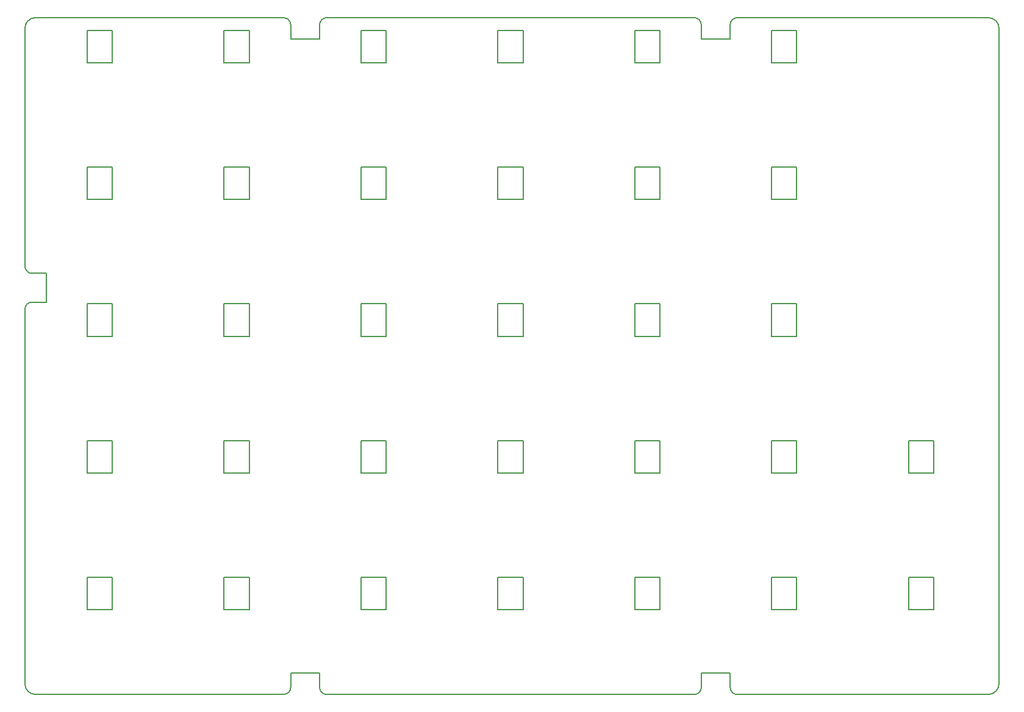
<source format=gbr>
G04 #@! TF.GenerationSoftware,KiCad,Pcbnew,(5.1.10)-1*
G04 #@! TF.CreationDate,2021-11-27T22:41:36+01:00*
G04 #@! TF.ProjectId,helix,68656c69-782e-46b6-9963-61645f706362,rev?*
G04 #@! TF.SameCoordinates,Original*
G04 #@! TF.FileFunction,Profile,NP*
%FSLAX46Y46*%
G04 Gerber Fmt 4.6, Leading zero omitted, Abs format (unit mm)*
G04 Created by KiCad (PCBNEW (5.1.10)-1) date 2021-11-27 22:41:36*
%MOMM*%
%LPD*%
G01*
G04 APERTURE LIST*
G04 #@! TA.AperFunction,Profile*
%ADD10C,0.150000*%
G04 #@! TD*
G04 APERTURE END LIST*
D10*
X215331480Y-44000000D02*
G75*
G02*
X216831480Y-45500000I0J-1500000D01*
G01*
X216831480Y-136500000D02*
G75*
G02*
X215331480Y-138000000I-1500000J0D01*
G01*
X180500000Y-44000000D02*
X215331480Y-44000000D01*
X216831480Y-136500000D02*
X216831480Y-45500000D01*
X81599200Y-134017600D02*
X81599200Y-84500300D01*
X81599200Y-55836400D02*
X81599200Y-78505900D01*
X81599200Y-55836400D02*
X81599170Y-45472325D01*
X81599200Y-134017600D02*
X81599200Y-136506800D01*
X180500000Y-138000000D02*
X215331480Y-138000000D01*
X179500000Y-135000000D02*
X179500000Y-137000000D01*
X175500000Y-137000000D02*
X175500000Y-135000000D01*
X123500000Y-138000000D02*
X174500000Y-138000000D01*
X117500000Y-138000000D02*
X83099200Y-138006800D01*
X122500000Y-135000000D02*
X122500000Y-137000000D01*
X118500000Y-135000000D02*
X118500000Y-137000000D01*
X84599200Y-83500300D02*
X82599200Y-83500300D01*
X82599200Y-79505900D02*
X84599200Y-79505900D01*
X179500000Y-137000000D02*
G75*
G03*
X180500000Y-138000000I1000000J0D01*
G01*
X174500000Y-138000000D02*
G75*
G03*
X175500000Y-137000000I0J1000000D01*
G01*
X122500000Y-137000000D02*
G75*
G03*
X123500000Y-138000000I1000000J0D01*
G01*
X117500000Y-138000000D02*
G75*
G03*
X118500000Y-137000000I0J1000000D01*
G01*
X82599200Y-83500300D02*
G75*
G03*
X81599200Y-84500300I0J-1000000D01*
G01*
X81599200Y-78505900D02*
G75*
G03*
X82599200Y-79505900I1000000J0D01*
G01*
X179500000Y-45000000D02*
X179500000Y-47000000D01*
X180500000Y-44000000D02*
G75*
G03*
X179500000Y-45000000I0J-1000000D01*
G01*
X175500000Y-45000000D02*
X175500000Y-47000000D01*
X175500000Y-45000000D02*
G75*
G03*
X174500000Y-44000000I-1000000J0D01*
G01*
X123500000Y-44000000D02*
X174500000Y-44000000D01*
X122500000Y-47000000D02*
X122500000Y-45000000D01*
X123500000Y-44000000D02*
G75*
G03*
X122500000Y-45000000I0J-1000000D01*
G01*
X117500000Y-44000000D02*
X83021600Y-44000000D01*
X118500000Y-45000000D02*
X118500000Y-47000000D01*
X118500000Y-45000000D02*
G75*
G03*
X117500000Y-44000000I-1000000J0D01*
G01*
X175500000Y-135000000D02*
X179500000Y-135000000D01*
X118500000Y-135000000D02*
X122500000Y-135000000D01*
X175500000Y-47000000D02*
X179500000Y-47000000D01*
X118500000Y-47000000D02*
X122500000Y-47000000D01*
X84599200Y-79505900D02*
X84599200Y-83500300D01*
X204250000Y-126250000D02*
X204250000Y-121750000D01*
X207750000Y-126250000D02*
X204250000Y-126250000D01*
X207750000Y-121750000D02*
X207750000Y-126250000D01*
X204250000Y-121750000D02*
X207750000Y-121750000D01*
X185250000Y-126250000D02*
X185250000Y-121750000D01*
X188750000Y-126250000D02*
X185250000Y-126250000D01*
X188750000Y-121750000D02*
X188750000Y-126250000D01*
X185250000Y-121750000D02*
X188750000Y-121750000D01*
X166250000Y-126250000D02*
X166250000Y-121750000D01*
X169750000Y-126250000D02*
X166250000Y-126250000D01*
X169750000Y-121750000D02*
X169750000Y-126250000D01*
X166250000Y-121750000D02*
X169750000Y-121750000D01*
X147250000Y-126250000D02*
X147250000Y-121750000D01*
X150750000Y-126250000D02*
X147250000Y-126250000D01*
X150750000Y-121750000D02*
X150750000Y-126250000D01*
X147250000Y-121750000D02*
X150750000Y-121750000D01*
X128250000Y-126250000D02*
X128250000Y-121750000D01*
X131750000Y-126250000D02*
X128250000Y-126250000D01*
X131750000Y-121750000D02*
X131750000Y-126250000D01*
X128250000Y-121750000D02*
X131750000Y-121750000D01*
X109250000Y-126250000D02*
X109250000Y-121750000D01*
X112750000Y-126250000D02*
X109250000Y-126250000D01*
X112750000Y-121750000D02*
X112750000Y-126250000D01*
X109250000Y-121750000D02*
X112750000Y-121750000D01*
X90250000Y-126250000D02*
X90250000Y-121750000D01*
X93750000Y-126250000D02*
X90250000Y-126250000D01*
X93750000Y-121750000D02*
X93750000Y-126250000D01*
X90250000Y-121750000D02*
X93750000Y-121750000D01*
X90250000Y-107250000D02*
X90250000Y-102750000D01*
X93750000Y-107250000D02*
X90250000Y-107250000D01*
X93750000Y-102750000D02*
X93750000Y-107250000D01*
X90250000Y-102750000D02*
X93750000Y-102750000D01*
X109250000Y-107250000D02*
X109250000Y-102750000D01*
X112750000Y-107250000D02*
X109250000Y-107250000D01*
X112750000Y-102750000D02*
X112750000Y-107250000D01*
X109250000Y-102750000D02*
X112750000Y-102750000D01*
X128250000Y-107250000D02*
X128250000Y-102750000D01*
X131750000Y-107250000D02*
X128250000Y-107250000D01*
X131750000Y-102750000D02*
X131750000Y-107250000D01*
X128250000Y-102750000D02*
X131750000Y-102750000D01*
X147250000Y-107250000D02*
X147250000Y-102750000D01*
X150750000Y-107250000D02*
X147250000Y-107250000D01*
X150750000Y-102750000D02*
X150750000Y-107250000D01*
X147250000Y-102750000D02*
X150750000Y-102750000D01*
X166250000Y-107250000D02*
X166250000Y-102750000D01*
X169750000Y-107250000D02*
X166250000Y-107250000D01*
X169750000Y-102750000D02*
X169750000Y-107250000D01*
X166250000Y-102750000D02*
X169750000Y-102750000D01*
X185250000Y-107250000D02*
X185250000Y-102750000D01*
X188750000Y-107250000D02*
X185250000Y-107250000D01*
X188750000Y-102750000D02*
X188750000Y-107250000D01*
X185250000Y-102750000D02*
X188750000Y-102750000D01*
X204250000Y-107250000D02*
X204250000Y-102750000D01*
X207750000Y-107250000D02*
X204250000Y-107250000D01*
X207750000Y-102750000D02*
X207750000Y-107250000D01*
X204250000Y-102750000D02*
X207750000Y-102750000D01*
X185250000Y-88250000D02*
X185250000Y-83750000D01*
X188750000Y-88250000D02*
X185250000Y-88250000D01*
X188750000Y-83750000D02*
X188750000Y-88250000D01*
X185250000Y-83750000D02*
X188750000Y-83750000D01*
X166250000Y-88250000D02*
X166250000Y-83750000D01*
X169750000Y-88250000D02*
X166250000Y-88250000D01*
X169750000Y-83750000D02*
X169750000Y-88250000D01*
X166250000Y-83750000D02*
X169750000Y-83750000D01*
X147250000Y-88250000D02*
X147250000Y-83750000D01*
X150750000Y-88250000D02*
X147250000Y-88250000D01*
X150750000Y-83750000D02*
X150750000Y-88250000D01*
X147250000Y-83750000D02*
X150750000Y-83750000D01*
X128250000Y-88250000D02*
X128250000Y-83750000D01*
X131750000Y-88250000D02*
X128250000Y-88250000D01*
X131750000Y-83750000D02*
X131750000Y-88250000D01*
X128250000Y-83750000D02*
X131750000Y-83750000D01*
X109250000Y-88250000D02*
X109250000Y-83750000D01*
X112750000Y-88250000D02*
X109250000Y-88250000D01*
X112750000Y-83750000D02*
X112750000Y-88250000D01*
X109250000Y-83750000D02*
X112750000Y-83750000D01*
X90250000Y-88250000D02*
X90250000Y-83750000D01*
X93750000Y-88250000D02*
X90250000Y-88250000D01*
X93750000Y-83750000D02*
X93750000Y-88250000D01*
X90250000Y-83750000D02*
X93750000Y-83750000D01*
X90250000Y-69250000D02*
X90250000Y-64750000D01*
X93750000Y-69250000D02*
X90250000Y-69250000D01*
X93750000Y-64750000D02*
X93750000Y-69250000D01*
X90250000Y-64750000D02*
X93750000Y-64750000D01*
X109250000Y-69250000D02*
X109250000Y-64750000D01*
X112750000Y-69250000D02*
X109250000Y-69250000D01*
X112750000Y-64750000D02*
X112750000Y-69250000D01*
X109250000Y-64750000D02*
X112750000Y-64750000D01*
X128250000Y-69250000D02*
X128250000Y-64750000D01*
X131750000Y-69250000D02*
X128250000Y-69250000D01*
X131750000Y-64750000D02*
X131750000Y-69250000D01*
X128250000Y-64750000D02*
X131750000Y-64750000D01*
X147250000Y-69250000D02*
X147250000Y-64750000D01*
X150750000Y-69250000D02*
X147250000Y-69250000D01*
X150750000Y-64750000D02*
X150750000Y-69250000D01*
X147250000Y-64750000D02*
X150750000Y-64750000D01*
X166250000Y-69250000D02*
X166250000Y-64750000D01*
X169750000Y-69250000D02*
X166250000Y-69250000D01*
X169750000Y-64750000D02*
X169750000Y-69250000D01*
X166250000Y-64750000D02*
X169750000Y-64750000D01*
X185250000Y-69250000D02*
X185250000Y-64750000D01*
X188750000Y-69250000D02*
X185250000Y-69250000D01*
X188750000Y-64750000D02*
X188750000Y-69250000D01*
X185250000Y-64750000D02*
X188750000Y-64750000D01*
X185250000Y-50250000D02*
X185250000Y-45750000D01*
X188750000Y-50250000D02*
X185250000Y-50250000D01*
X188750000Y-45750000D02*
X188750000Y-50250000D01*
X185250000Y-45750000D02*
X188750000Y-45750000D01*
X166250000Y-50250000D02*
X166250000Y-45750000D01*
X169750000Y-50250000D02*
X166250000Y-50250000D01*
X169750000Y-45750000D02*
X169750000Y-50250000D01*
X166250000Y-45750000D02*
X169750000Y-45750000D01*
X147250000Y-50250000D02*
X147250000Y-45750000D01*
X150750000Y-50250000D02*
X147250000Y-50250000D01*
X150750000Y-45750000D02*
X150750000Y-50250000D01*
X147250000Y-45750000D02*
X150750000Y-45750000D01*
X128250000Y-50250000D02*
X128250000Y-45750000D01*
X131750000Y-50250000D02*
X128250000Y-50250000D01*
X131750000Y-45750000D02*
X131750000Y-50250000D01*
X128250000Y-45750000D02*
X131750000Y-45750000D01*
X109250000Y-50250000D02*
X109250000Y-45750000D01*
X112750000Y-50250000D02*
X109250000Y-50250000D01*
X112750000Y-45750000D02*
X112750000Y-50250000D01*
X109250000Y-45750000D02*
X112750000Y-45750000D01*
X90250000Y-50250000D02*
X90250000Y-45750000D01*
X93750000Y-50250000D02*
X90250000Y-50250000D01*
X93750000Y-45750000D02*
X93750000Y-50250000D01*
X90250000Y-45750000D02*
X93750000Y-45750000D01*
X83021600Y-44000000D02*
G75*
G03*
X81599170Y-45472325I50770J-1472325D01*
G01*
X81599200Y-136506800D02*
G75*
G03*
X83099200Y-138006800I1500000J0D01*
G01*
M02*

</source>
